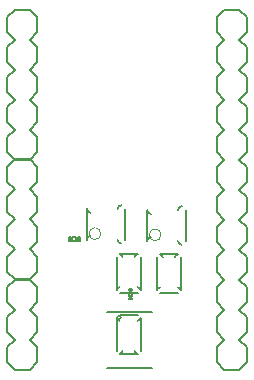
<source format=gto>
G04 (created by PCBNEW (2013-jul-07)-stable) date Mon 28 Dec 2015 12:05:22 PM PST*
%MOIN*%
G04 Gerber Fmt 3.4, Leading zero omitted, Abs format*
%FSLAX34Y34*%
G01*
G70*
G90*
G04 APERTURE LIST*
%ADD10C,0.00393701*%
%ADD11C,0.005*%
%ADD12C,0.006*%
%ADD13C,0.002*%
%ADD14C,0.008*%
G04 APERTURE END LIST*
G54D10*
G54D11*
X56638Y-43082D02*
X56697Y-43082D01*
X56697Y-43082D02*
X56697Y-42964D01*
X56697Y-42964D02*
X56638Y-42964D01*
X56638Y-42964D02*
X56638Y-43082D01*
X56933Y-43082D02*
X56992Y-43082D01*
X56992Y-43082D02*
X56992Y-42964D01*
X56992Y-42964D02*
X56933Y-42964D01*
X56933Y-42964D02*
X56933Y-43082D01*
X56756Y-43082D02*
X56874Y-43082D01*
X56874Y-43082D02*
X56874Y-42964D01*
X56874Y-42964D02*
X56756Y-42964D01*
X56756Y-42964D02*
X56756Y-43082D01*
G54D12*
X58517Y-42020D02*
X58517Y-43043D01*
X57238Y-43043D02*
X57238Y-42020D01*
X58261Y-42020D02*
G75*
G02X58389Y-41892I128J0D01*
G74*
G01*
X57366Y-42148D02*
G75*
G02X57238Y-42020I0J128D01*
G74*
G01*
X57366Y-42915D02*
G75*
G03X57238Y-43043I0J-128D01*
G74*
G01*
X58261Y-43043D02*
G75*
G03X58389Y-43171I128J0D01*
G74*
G01*
G54D13*
X57702Y-42842D02*
G75*
G03X57702Y-42842I-196J0D01*
G74*
G01*
G54D12*
X60525Y-42059D02*
X60525Y-43082D01*
X59246Y-43082D02*
X59246Y-42059D01*
X60269Y-42059D02*
G75*
G02X60397Y-41931I128J0D01*
G74*
G01*
X59374Y-42187D02*
G75*
G02X59246Y-42059I0J128D01*
G74*
G01*
X59374Y-42954D02*
G75*
G03X59246Y-43082I0J-128D01*
G74*
G01*
X60269Y-43082D02*
G75*
G03X60397Y-43210I128J0D01*
G74*
G01*
G54D13*
X59710Y-42881D02*
G75*
G03X59710Y-42881I-196J0D01*
G74*
G01*
G54D14*
X59414Y-47333D02*
X57918Y-47333D01*
X57918Y-45445D02*
X59414Y-45445D01*
G54D11*
X58386Y-45639D02*
G75*
G03X58386Y-45639I-70J0D01*
G74*
G01*
G54D12*
X59565Y-44734D02*
X59565Y-43634D01*
X60265Y-44634D02*
G75*
G02X60365Y-44734I0J-100D01*
G74*
G01*
X60165Y-43634D02*
G75*
G02X60265Y-43534I100J0D01*
G74*
G01*
X59765Y-43634D02*
G75*
G03X59665Y-43534I-100J0D01*
G74*
G01*
X59665Y-44634D02*
G75*
G03X59565Y-44734I0J-100D01*
G74*
G01*
X59665Y-44834D02*
X60265Y-44834D01*
X59665Y-43534D02*
X60265Y-43534D01*
X60365Y-43634D02*
X60365Y-44734D01*
X58226Y-44734D02*
X58226Y-43634D01*
X58926Y-44634D02*
G75*
G02X59026Y-44734I0J-100D01*
G74*
G01*
X58826Y-43634D02*
G75*
G02X58926Y-43534I100J0D01*
G74*
G01*
X58426Y-43634D02*
G75*
G03X58326Y-43534I-100J0D01*
G74*
G01*
X58326Y-44634D02*
G75*
G03X58226Y-44734I0J-100D01*
G74*
G01*
X58326Y-44834D02*
X58926Y-44834D01*
X58326Y-43534D02*
X58926Y-43534D01*
X59026Y-43634D02*
X59026Y-44734D01*
X59026Y-45642D02*
X59026Y-46742D01*
X58326Y-45742D02*
G75*
G02X58226Y-45642I0J100D01*
G74*
G01*
X58426Y-46742D02*
G75*
G02X58326Y-46842I-100J0D01*
G74*
G01*
X58826Y-46742D02*
G75*
G03X58926Y-46842I100J0D01*
G74*
G01*
X58926Y-45742D02*
G75*
G03X59026Y-45642I0J100D01*
G74*
G01*
X58926Y-45542D02*
X58326Y-45542D01*
X58926Y-46842D02*
X58326Y-46842D01*
X58226Y-46742D02*
X58226Y-45642D01*
G54D11*
X58626Y-44677D02*
X58626Y-44736D01*
X58626Y-44736D02*
X58744Y-44736D01*
X58744Y-44736D02*
X58744Y-44677D01*
X58744Y-44677D02*
X58626Y-44677D01*
X58626Y-44972D02*
X58626Y-45031D01*
X58626Y-45031D02*
X58744Y-45031D01*
X58744Y-45031D02*
X58744Y-44972D01*
X58744Y-44972D02*
X58626Y-44972D01*
X58626Y-44795D02*
X58626Y-44913D01*
X58626Y-44913D02*
X58744Y-44913D01*
X58744Y-44913D02*
X58744Y-44795D01*
X58744Y-44795D02*
X58626Y-44795D01*
G54D14*
X54583Y-37123D02*
X54583Y-36623D01*
X54583Y-36623D02*
X54833Y-36373D01*
X55333Y-36373D02*
X55583Y-36623D01*
X54833Y-36373D02*
X54583Y-36123D01*
X54583Y-36123D02*
X54583Y-35623D01*
X54583Y-35623D02*
X54833Y-35373D01*
X55333Y-35373D02*
X55583Y-35623D01*
X55583Y-35623D02*
X55583Y-36123D01*
X55583Y-36123D02*
X55333Y-36373D01*
X54833Y-38373D02*
X54583Y-38123D01*
X54583Y-38123D02*
X54583Y-37623D01*
X54583Y-37623D02*
X54833Y-37373D01*
X55333Y-37373D02*
X55583Y-37623D01*
X55583Y-37623D02*
X55583Y-38123D01*
X55583Y-38123D02*
X55333Y-38373D01*
X54583Y-37123D02*
X54833Y-37373D01*
X55333Y-37373D02*
X55583Y-37123D01*
X55583Y-36623D02*
X55583Y-37123D01*
X54583Y-40123D02*
X54583Y-39623D01*
X54583Y-39623D02*
X54833Y-39373D01*
X55333Y-39373D02*
X55583Y-39623D01*
X54833Y-39373D02*
X54583Y-39123D01*
X54583Y-39123D02*
X54583Y-38623D01*
X54583Y-38623D02*
X54833Y-38373D01*
X55333Y-38373D02*
X55583Y-38623D01*
X55583Y-38623D02*
X55583Y-39123D01*
X55583Y-39123D02*
X55333Y-39373D01*
X54833Y-40373D02*
X55333Y-40373D01*
X54583Y-40123D02*
X54833Y-40373D01*
X55333Y-40373D02*
X55583Y-40123D01*
X55583Y-39623D02*
X55583Y-40123D01*
X54833Y-35373D02*
X55333Y-35373D01*
X62571Y-41627D02*
X62571Y-42127D01*
X62571Y-42127D02*
X62321Y-42377D01*
X61821Y-42377D02*
X61571Y-42127D01*
X62321Y-40377D02*
X62571Y-40627D01*
X62571Y-40627D02*
X62571Y-41127D01*
X62571Y-41127D02*
X62321Y-41377D01*
X61821Y-41377D02*
X61571Y-41127D01*
X61571Y-41127D02*
X61571Y-40627D01*
X61571Y-40627D02*
X61821Y-40377D01*
X62571Y-41627D02*
X62321Y-41377D01*
X61821Y-41377D02*
X61571Y-41627D01*
X61571Y-42127D02*
X61571Y-41627D01*
X62571Y-38627D02*
X62571Y-39127D01*
X62571Y-39127D02*
X62321Y-39377D01*
X61821Y-39377D02*
X61571Y-39127D01*
X62321Y-39377D02*
X62571Y-39627D01*
X62571Y-39627D02*
X62571Y-40127D01*
X62571Y-40127D02*
X62321Y-40377D01*
X61821Y-40377D02*
X61571Y-40127D01*
X61571Y-40127D02*
X61571Y-39627D01*
X61571Y-39627D02*
X61821Y-39377D01*
X62321Y-37377D02*
X62571Y-37627D01*
X62571Y-37627D02*
X62571Y-38127D01*
X62571Y-38127D02*
X62321Y-38377D01*
X61821Y-38377D02*
X61571Y-38127D01*
X61571Y-38127D02*
X61571Y-37627D01*
X61571Y-37627D02*
X61821Y-37377D01*
X62571Y-38627D02*
X62321Y-38377D01*
X61821Y-38377D02*
X61571Y-38627D01*
X61571Y-39127D02*
X61571Y-38627D01*
X62571Y-35627D02*
X62571Y-36127D01*
X62571Y-36127D02*
X62321Y-36377D01*
X61821Y-36377D02*
X61571Y-36127D01*
X62321Y-36377D02*
X62571Y-36627D01*
X62571Y-36627D02*
X62571Y-37127D01*
X62571Y-37127D02*
X62321Y-37377D01*
X61821Y-37377D02*
X61571Y-37127D01*
X61571Y-37127D02*
X61571Y-36627D01*
X61571Y-36627D02*
X61821Y-36377D01*
X62321Y-35377D02*
X61821Y-35377D01*
X62571Y-35627D02*
X62321Y-35377D01*
X61821Y-35377D02*
X61571Y-35627D01*
X61571Y-36127D02*
X61571Y-35627D01*
X62571Y-42627D02*
X62571Y-43127D01*
X62571Y-43127D02*
X62321Y-43377D01*
X61821Y-43377D02*
X61571Y-43127D01*
X62571Y-42627D02*
X62321Y-42377D01*
X61821Y-42377D02*
X61571Y-42627D01*
X61571Y-43127D02*
X61571Y-42627D01*
X62571Y-43627D02*
X62571Y-44127D01*
X62571Y-44127D02*
X62321Y-44377D01*
X61821Y-44377D02*
X61571Y-44127D01*
X62571Y-43627D02*
X62321Y-43377D01*
X61821Y-43377D02*
X61571Y-43627D01*
X61571Y-44127D02*
X61571Y-43627D01*
X62571Y-44627D02*
X62571Y-45127D01*
X62571Y-45127D02*
X62321Y-45377D01*
X61821Y-45377D02*
X61571Y-45127D01*
X62571Y-44627D02*
X62321Y-44377D01*
X61821Y-44377D02*
X61571Y-44627D01*
X61571Y-45127D02*
X61571Y-44627D01*
X62571Y-45627D02*
X62571Y-46127D01*
X62571Y-46127D02*
X62321Y-46377D01*
X61821Y-46377D02*
X61571Y-46127D01*
X62571Y-45627D02*
X62321Y-45377D01*
X61821Y-45377D02*
X61571Y-45627D01*
X61571Y-46127D02*
X61571Y-45627D01*
X62571Y-46627D02*
X62571Y-47127D01*
X62571Y-47127D02*
X62321Y-47377D01*
X62321Y-47377D02*
X61821Y-47377D01*
X61821Y-47377D02*
X61571Y-47127D01*
X62571Y-46627D02*
X62321Y-46377D01*
X61821Y-46377D02*
X61571Y-46627D01*
X61571Y-47127D02*
X61571Y-46627D01*
X54583Y-41119D02*
X54583Y-40619D01*
X54583Y-40619D02*
X54833Y-40369D01*
X55333Y-40369D02*
X55583Y-40619D01*
X54833Y-42369D02*
X54583Y-42119D01*
X54583Y-42119D02*
X54583Y-41619D01*
X54583Y-41619D02*
X54833Y-41369D01*
X55333Y-41369D02*
X55583Y-41619D01*
X55583Y-41619D02*
X55583Y-42119D01*
X55583Y-42119D02*
X55333Y-42369D01*
X54583Y-41119D02*
X54833Y-41369D01*
X55333Y-41369D02*
X55583Y-41119D01*
X55583Y-40619D02*
X55583Y-41119D01*
X54583Y-44119D02*
X54583Y-43619D01*
X54583Y-43619D02*
X54833Y-43369D01*
X55333Y-43369D02*
X55583Y-43619D01*
X54833Y-43369D02*
X54583Y-43119D01*
X54583Y-43119D02*
X54583Y-42619D01*
X54583Y-42619D02*
X54833Y-42369D01*
X55333Y-42369D02*
X55583Y-42619D01*
X55583Y-42619D02*
X55583Y-43119D01*
X55583Y-43119D02*
X55333Y-43369D01*
X54833Y-44369D02*
X55333Y-44369D01*
X54583Y-44119D02*
X54833Y-44369D01*
X55333Y-44369D02*
X55583Y-44119D01*
X55583Y-43619D02*
X55583Y-44119D01*
X54833Y-40369D02*
X55333Y-40369D01*
X55333Y-46373D02*
X55583Y-46623D01*
X55583Y-46623D02*
X55583Y-47123D01*
X55583Y-47123D02*
X55333Y-47373D01*
X54833Y-47373D02*
X54583Y-47123D01*
X54583Y-47123D02*
X54583Y-46623D01*
X54583Y-46623D02*
X54833Y-46373D01*
X55583Y-44623D02*
X55583Y-45123D01*
X55583Y-45123D02*
X55333Y-45373D01*
X54833Y-45373D02*
X54583Y-45123D01*
X55333Y-45373D02*
X55583Y-45623D01*
X55583Y-45623D02*
X55583Y-46123D01*
X55583Y-46123D02*
X55333Y-46373D01*
X54833Y-46373D02*
X54583Y-46123D01*
X54583Y-46123D02*
X54583Y-45623D01*
X54583Y-45623D02*
X54833Y-45373D01*
X55333Y-44373D02*
X54833Y-44373D01*
X55583Y-44623D02*
X55333Y-44373D01*
X54833Y-44373D02*
X54583Y-44623D01*
X54583Y-45123D02*
X54583Y-44623D01*
X55333Y-47373D02*
X54833Y-47373D01*
M02*

</source>
